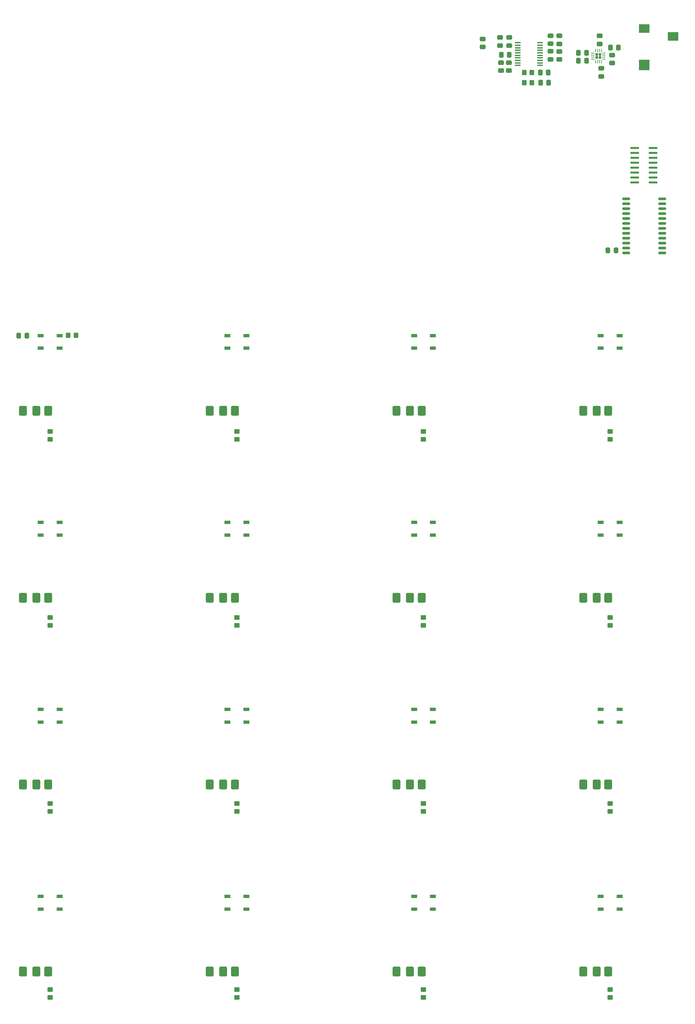
<source format=gtp>
G04 #@! TF.GenerationSoftware,KiCad,Pcbnew,9.0.1*
G04 #@! TF.CreationDate,2025-08-16T12:46:55+08:00*
G04 #@! TF.ProjectId,final version,66696e61-6c20-4766-9572-73696f6e2e6b,rev?*
G04 #@! TF.SameCoordinates,Original*
G04 #@! TF.FileFunction,Paste,Top*
G04 #@! TF.FilePolarity,Positive*
%FSLAX46Y46*%
G04 Gerber Fmt 4.6, Leading zero omitted, Abs format (unit mm)*
G04 Created by KiCad (PCBNEW 9.0.1) date 2025-08-16 12:46:55*
%MOMM*%
%LPD*%
G01*
G04 APERTURE LIST*
G04 Aperture macros list*
%AMRoundRect*
0 Rectangle with rounded corners*
0 $1 Rounding radius*
0 $2 $3 $4 $5 $6 $7 $8 $9 X,Y pos of 4 corners*
0 Add a 4 corners polygon primitive as box body*
4,1,4,$2,$3,$4,$5,$6,$7,$8,$9,$2,$3,0*
0 Add four circle primitives for the rounded corners*
1,1,$1+$1,$2,$3*
1,1,$1+$1,$4,$5*
1,1,$1+$1,$6,$7*
1,1,$1+$1,$8,$9*
0 Add four rect primitives between the rounded corners*
20,1,$1+$1,$2,$3,$4,$5,0*
20,1,$1+$1,$4,$5,$6,$7,0*
20,1,$1+$1,$6,$7,$8,$9,0*
20,1,$1+$1,$8,$9,$2,$3,0*%
G04 Aperture macros list end*
%ADD10RoundRect,0.090000X-0.660000X-0.360000X0.660000X-0.360000X0.660000X0.360000X-0.660000X0.360000X0*%
%ADD11RoundRect,0.250000X-0.475000X0.337500X-0.475000X-0.337500X0.475000X-0.337500X0.475000X0.337500X0*%
%ADD12RoundRect,0.250000X0.475000X-0.337500X0.475000X0.337500X-0.475000X0.337500X-0.475000X-0.337500X0*%
%ADD13RoundRect,0.250000X0.337500X0.475000X-0.337500X0.475000X-0.337500X-0.475000X0.337500X-0.475000X0*%
%ADD14RoundRect,0.250000X-0.450000X0.350000X-0.450000X-0.350000X0.450000X-0.350000X0.450000X0.350000X0*%
%ADD15RoundRect,0.300000X-0.699999X-0.950000X0.699999X-0.950000X0.699999X0.950000X-0.699999X0.950000X0*%
%ADD16RoundRect,0.300000X-0.700000X-0.950000X0.700000X-0.950000X0.700000X0.950000X-0.700000X0.950000X0*%
%ADD17RoundRect,0.150000X0.875000X0.150000X-0.875000X0.150000X-0.875000X-0.150000X0.875000X-0.150000X0*%
%ADD18RoundRect,0.250000X-0.337500X-0.475000X0.337500X-0.475000X0.337500X0.475000X-0.337500X0.475000X0*%
%ADD19RoundRect,0.250000X-0.350000X-0.450000X0.350000X-0.450000X0.350000X0.450000X-0.350000X0.450000X0*%
%ADD20RoundRect,0.100000X-0.637500X-0.100000X0.637500X-0.100000X0.637500X0.100000X-0.637500X0.100000X0*%
%ADD21R,2.184400X0.558800*%
%ADD22RoundRect,0.172500X-0.172500X-0.172500X0.172500X-0.172500X0.172500X0.172500X-0.172500X0.172500X0*%
%ADD23RoundRect,0.062500X-0.375000X-0.062500X0.375000X-0.062500X0.375000X0.062500X-0.375000X0.062500X0*%
%ADD24RoundRect,0.062500X-0.062500X-0.375000X0.062500X-0.375000X0.062500X0.375000X-0.062500X0.375000X0*%
%ADD25R,2.800000X2.200000*%
%ADD26R,2.800000X2.800000*%
%ADD27RoundRect,0.250000X0.350000X0.450000X-0.350000X0.450000X-0.350000X-0.450000X0.350000X-0.450000X0*%
G04 APERTURE END LIST*
D10*
X117930000Y-290970000D03*
X117930000Y-294270000D03*
X122830000Y-294270000D03*
X122830000Y-290970000D03*
D11*
X214100000Y-68912500D03*
X214100000Y-70987500D03*
D12*
X214600000Y-79337500D03*
X214600000Y-77262500D03*
D13*
X200887500Y-78400000D03*
X198812500Y-78400000D03*
D14*
X216880000Y-171000000D03*
X216880000Y-173000000D03*
D12*
X201450000Y-74937500D03*
X201450000Y-72862500D03*
D15*
X113380000Y-262120000D03*
D16*
X116880000Y-262120000D03*
X119880000Y-262120000D03*
D17*
X230300000Y-124885000D03*
X230300000Y-123615000D03*
X230300000Y-122345000D03*
X230300000Y-121075000D03*
X230300000Y-119805000D03*
X230300000Y-118535000D03*
X230300000Y-117265000D03*
X230300000Y-115995000D03*
X230300000Y-114725000D03*
X230300000Y-113455000D03*
X230300000Y-112185000D03*
X230300000Y-110915000D03*
X221000000Y-110915000D03*
X221000000Y-112185000D03*
X221000000Y-113455000D03*
X221000000Y-114725000D03*
X221000000Y-115995000D03*
X221000000Y-117265000D03*
X221000000Y-118535000D03*
X221000000Y-119805000D03*
X221000000Y-121075000D03*
X221000000Y-122345000D03*
X221000000Y-123615000D03*
X221000000Y-124885000D03*
D13*
X66137500Y-146250000D03*
X64062500Y-146250000D03*
D14*
X120380000Y-267000000D03*
X120380000Y-269000000D03*
D10*
X69680000Y-146220000D03*
X69680000Y-149520000D03*
X74580000Y-149520000D03*
X74580000Y-146220000D03*
D12*
X217350000Y-75937500D03*
X217350000Y-73862500D03*
D15*
X113380000Y-165620000D03*
D16*
X116880000Y-165620000D03*
X119880000Y-165620000D03*
D18*
X198862500Y-80950000D03*
X200937500Y-80950000D03*
D13*
X218987500Y-71950000D03*
X216912500Y-71950000D03*
D14*
X120380000Y-219000000D03*
X120380000Y-221000000D03*
D19*
X194650000Y-80950000D03*
X196650000Y-80950000D03*
D14*
X72130000Y-267000000D03*
X72130000Y-269000000D03*
D15*
X113380000Y-310370000D03*
D16*
X116880000Y-310370000D03*
X119880000Y-310370000D03*
D20*
X192995000Y-70675000D03*
X192995000Y-71325000D03*
X192995000Y-71975000D03*
X192995000Y-72625000D03*
X192995000Y-73275000D03*
X192995000Y-73925000D03*
X192995000Y-74575000D03*
X192995000Y-75225000D03*
X192995000Y-75875000D03*
X192995000Y-76525000D03*
X198720000Y-76525000D03*
X198720000Y-75875000D03*
X198720000Y-75225000D03*
X198720000Y-74575000D03*
X198720000Y-73925000D03*
X198720000Y-73275000D03*
X198720000Y-72625000D03*
X198720000Y-71975000D03*
X198720000Y-71325000D03*
X198720000Y-70675000D03*
D18*
X208662500Y-75350000D03*
X210737500Y-75350000D03*
D15*
X113380000Y-213870000D03*
D16*
X116880000Y-213870000D03*
X119880000Y-213870000D03*
D21*
X223225600Y-97830000D03*
X223225600Y-99100000D03*
X223225600Y-100370000D03*
X223225600Y-101640000D03*
X223225600Y-102910000D03*
X223225600Y-104180000D03*
X223225600Y-105450000D03*
X223225600Y-106720000D03*
X227950000Y-106720000D03*
X227950000Y-105450000D03*
X227950000Y-104180000D03*
X227950000Y-102910000D03*
X227950000Y-101640000D03*
X227950000Y-100370000D03*
X227950000Y-99100000D03*
X227950000Y-97830000D03*
D12*
X201450000Y-70937500D03*
X201450000Y-68862500D03*
D15*
X161630000Y-213870000D03*
D16*
X165130000Y-213870000D03*
X168130000Y-213870000D03*
D10*
X214430000Y-290970000D03*
X214430000Y-294270000D03*
X219330000Y-294270000D03*
X219330000Y-290970000D03*
X166180000Y-194470000D03*
X166180000Y-197770000D03*
X171080000Y-197770000D03*
X171080000Y-194470000D03*
D14*
X168630000Y-315000000D03*
X168630000Y-317000000D03*
D22*
X213395000Y-73700000D03*
X213395000Y-74500000D03*
X214195000Y-73700000D03*
X214195000Y-74500000D03*
D23*
X212357500Y-73350000D03*
X212357500Y-73850000D03*
X212357500Y-74350000D03*
X212357500Y-74850000D03*
D24*
X213045000Y-75537500D03*
X213545000Y-75537500D03*
X214045000Y-75537500D03*
X214545000Y-75537500D03*
D23*
X215232500Y-74850000D03*
X215232500Y-74350000D03*
X215232500Y-73850000D03*
X215232500Y-73350000D03*
D24*
X214545000Y-72662500D03*
X214045000Y-72662500D03*
X213545000Y-72662500D03*
X213045000Y-72662500D03*
D14*
X168630000Y-219000000D03*
X168630000Y-221000000D03*
D15*
X209880000Y-310370000D03*
D16*
X213380000Y-310370000D03*
X216380000Y-310370000D03*
D10*
X214430000Y-242720000D03*
X214430000Y-246020000D03*
X219330000Y-246020000D03*
X219330000Y-242720000D03*
D14*
X72130000Y-315000000D03*
X72130000Y-317000000D03*
D10*
X166180000Y-146220000D03*
X166180000Y-149520000D03*
X171080000Y-149520000D03*
X171080000Y-146220000D03*
X166180000Y-242720000D03*
X166180000Y-246020000D03*
X171080000Y-246020000D03*
X171080000Y-242720000D03*
D14*
X120380000Y-315000000D03*
X120380000Y-317000000D03*
D15*
X65130000Y-165620000D03*
D16*
X68630000Y-165620000D03*
X71630000Y-165620000D03*
D12*
X190650000Y-77887500D03*
X190650000Y-75812500D03*
D15*
X209880000Y-213870000D03*
D16*
X213380000Y-213870000D03*
X216380000Y-213870000D03*
D12*
X203700000Y-74987500D03*
X203700000Y-72912500D03*
D25*
X233080000Y-69030000D03*
X225680000Y-67030000D03*
D26*
X225680000Y-76430000D03*
D10*
X214430000Y-194470000D03*
X214430000Y-197770000D03*
X219330000Y-197770000D03*
X219330000Y-194470000D03*
D15*
X209880000Y-262120000D03*
D16*
X213380000Y-262120000D03*
X216380000Y-262120000D03*
D14*
X216880000Y-219000000D03*
X216880000Y-221000000D03*
D11*
X188400000Y-69312500D03*
X188400000Y-71387500D03*
D14*
X216880000Y-267000000D03*
X216880000Y-269000000D03*
X168630000Y-267000000D03*
X168630000Y-269000000D03*
D10*
X117930000Y-146220000D03*
X117930000Y-149520000D03*
X122830000Y-149520000D03*
X122830000Y-146220000D03*
D14*
X216880000Y-315000000D03*
X216880000Y-317000000D03*
D13*
X210737500Y-73250000D03*
X208662500Y-73250000D03*
D15*
X161630000Y-165620000D03*
D16*
X165130000Y-165620000D03*
X168130000Y-165620000D03*
D10*
X117930000Y-194470000D03*
X117930000Y-197770000D03*
X122830000Y-197770000D03*
X122830000Y-194470000D03*
D11*
X183950000Y-69712500D03*
X183950000Y-71787500D03*
D14*
X72130000Y-171000000D03*
X72130000Y-173000000D03*
D10*
X69680000Y-194470000D03*
X69680000Y-197770000D03*
X74580000Y-197770000D03*
X74580000Y-194470000D03*
D11*
X188650000Y-75812500D03*
X188650000Y-77887500D03*
D15*
X65130000Y-213870000D03*
D16*
X68630000Y-213870000D03*
X71630000Y-213870000D03*
D15*
X161630000Y-310370000D03*
D16*
X165130000Y-310370000D03*
X168130000Y-310370000D03*
D15*
X65130000Y-310370000D03*
D16*
X68630000Y-310370000D03*
X71630000Y-310370000D03*
D14*
X72130000Y-219000000D03*
X72130000Y-221000000D03*
X168630000Y-171000000D03*
X168630000Y-173000000D03*
D10*
X117930000Y-242720000D03*
X117930000Y-246020000D03*
X122830000Y-246020000D03*
X122830000Y-242720000D03*
D13*
X190787500Y-73750000D03*
X188712500Y-73750000D03*
D15*
X161630000Y-262120000D03*
D16*
X165130000Y-262120000D03*
X168130000Y-262120000D03*
D10*
X214430000Y-146220000D03*
X214430000Y-149520000D03*
X219330000Y-149520000D03*
X219330000Y-146220000D03*
D13*
X218337500Y-124250000D03*
X216262500Y-124250000D03*
D15*
X209880000Y-165620000D03*
D16*
X213380000Y-165620000D03*
X216380000Y-165620000D03*
D12*
X190750000Y-71387500D03*
X190750000Y-69312500D03*
D11*
X203700000Y-68912500D03*
X203700000Y-70987500D03*
D27*
X78800000Y-146200000D03*
X76800000Y-146200000D03*
D14*
X120380000Y-171000000D03*
X120380000Y-173000000D03*
D10*
X69680000Y-290970000D03*
X69680000Y-294270000D03*
X74580000Y-294270000D03*
X74580000Y-290970000D03*
D15*
X65130000Y-262120000D03*
D16*
X68630000Y-262120000D03*
X71630000Y-262120000D03*
D10*
X69680000Y-242720000D03*
X69680000Y-246020000D03*
X74580000Y-246020000D03*
X74580000Y-242720000D03*
X166180000Y-290970000D03*
X166180000Y-294270000D03*
X171080000Y-294270000D03*
X171080000Y-290970000D03*
D19*
X194650000Y-78400000D03*
X196650000Y-78400000D03*
M02*

</source>
